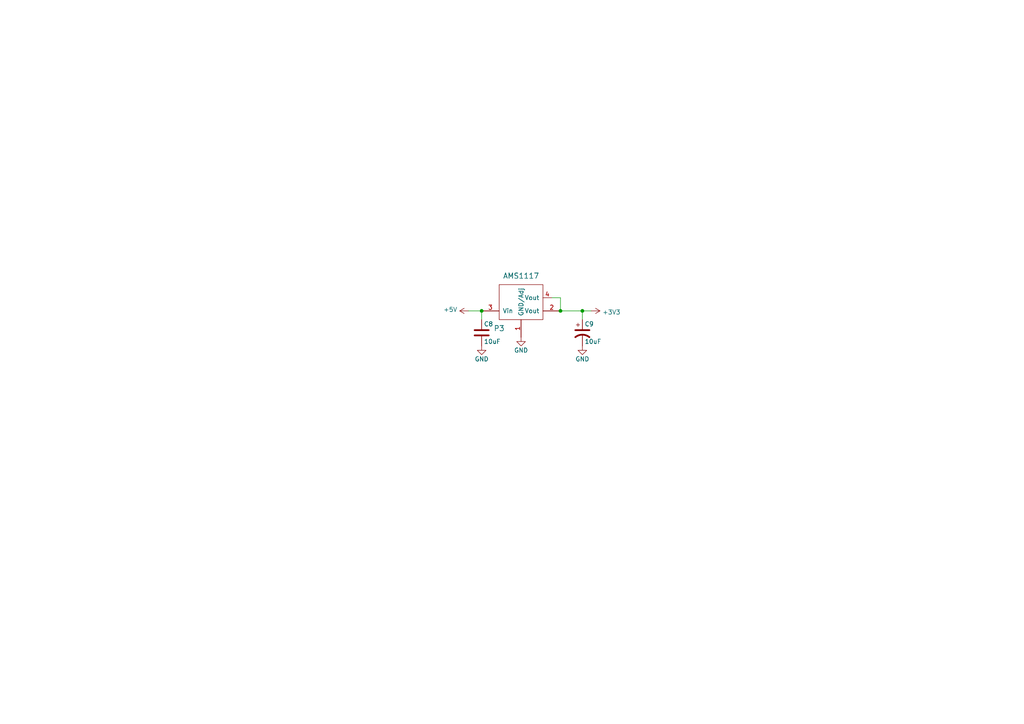
<source format=kicad_sch>
(kicad_sch (version 20211123) (generator eeschema)
  (paper "A4")
  (lib_symbols
    (symbol "nixie_control_board-rescue:+3.3V-power" (power) (pin_names (offset 0))
      (property "Value" "+3.3V-power" (at 0 3.556 0))
      (symbol "+3.3V-power_0_1"
        (polyline (pts (xy -0.762 1.27) (xy 0 2.54)))
        (polyline (pts (xy 0 0) (xy 0 2.54)))
        (polyline (pts (xy 0 2.54) (xy 0.762 1.27)))
      )
      (symbol "+3.3V-power_1_1"
        (pin power_in line (at 0 0 90) (length 0) hide (name "+3V3") (number "1"))
      )
    )
    (symbol "nixie_control_board-rescue:+5V-power" (power) (pin_names (offset 0))
      (property "Value" "+5V-power" (at 0 3.556 0))
      (symbol "+5V-power_0_1"
        (polyline (pts (xy -0.762 1.27) (xy 0 2.54)))
        (polyline (pts (xy 0 0) (xy 0 2.54)))
        (polyline (pts (xy 0 2.54) (xy 0.762 1.27)))
      )
      (symbol "+5V-power_1_1"
        (pin power_in line (at 0 0 90) (length 0) hide (name "+5V") (number "1"))
      )
    )
    (symbol "nixie_control_board-rescue:AMS1117-keyboard" (pin_names (offset 1.016))
      (property "Reference" "P" (at -6.35 -3.81 0))
      (property "Value" "AMS1117-keyboard" (at 0 11.43 0))
      (symbol "AMS1117-keyboard_0_1"
        (rectangle (start 6.35 -1.27) (end -6.35 8.89))
      )
      (symbol "AMS1117-keyboard_1_1"
        (pin input line (at 0 -6.35 90) (length 5.08) (name "GND/Adj") (number "1"))
        (pin input line (at 11.43 1.27 180) (length 5.08) (name "Vout") (number "2"))
        (pin input line (at -11.43 1.27 0) (length 5.08) (name "Vin") (number "3"))
        (pin output line (at 8.89 5.08 180) (length 2.54) (name "Vout") (number "4"))
      )
    )
    (symbol "nixie_control_board-rescue:C-device" (pin_numbers hide) (pin_names (offset 0.254))
      (property "Reference" "C" (at 0.635 2.54 0))
      (property "Value" "C-device" (at 0.635 -2.54 0))
      (symbol "C-device_0_1"
        (polyline (pts (xy -2.032 -0.762) (xy 2.032 -0.762)) (stroke (width 0.508)))
        (polyline (pts (xy -2.032 0.762) (xy 2.032 0.762)) (stroke (width 0.508)))
      )
      (symbol "C-device_1_1"
        (pin passive line (at 0 3.81 270) (length 2.794) (name "~") (number "1"))
        (pin passive line (at 0 -3.81 90) (length 2.794) (name "~") (number "2"))
      )
    )
    (symbol "nixie_control_board-rescue:CP1-device" (pin_numbers hide) (pin_names (offset 0.254) hide)
      (property "Reference" "C" (at 0.635 2.54 0))
      (property "Value" "CP1-device" (at 0.635 -2.54 0))
      (symbol "CP1-device_0_1"
        (polyline (pts (xy -2.032 0.762) (xy 2.032 0.762)) (stroke (width 0.508)))
        (polyline (pts (xy -1.778 2.286) (xy -0.762 2.286)))
        (polyline (pts (xy -1.27 1.778) (xy -1.27 2.794)))
        (arc (start 2.032 -1.27) (mid 0 -0.5572) (end -2.032 -1.27) (stroke (width 0.508)))
      )
      (symbol "CP1-device_1_1"
        (pin passive line (at 0 3.81 270) (length 2.794) (name "~") (number "1"))
        (pin passive line (at 0 -3.81 90) (length 3.302) (name "~") (number "2"))
      )
    )
    (symbol "nixie_control_board-rescue:GND-power" (power) (pin_names (offset 0))
      (property "Value" "GND-power" (at 0 -3.81 0))
      (symbol "GND-power_0_1"
        (polyline (pts (xy 0 0) (xy 0 -1.27) (xy 1.27 -1.27) (xy 0 -2.54) (xy -1.27 -1.27) (xy 0 -1.27)))
      )
      (symbol "GND-power_1_1"
        (pin power_in line (at 0 0 270) (length 0) hide (name "GND") (number "1"))
      )
    )
  )
  (junction (at 139.7 90.17))
  (junction (at 168.91 90.17))
  (junction (at 162.56 90.17))
  (wire (pts (xy 162.56 86.36) (xy 162.56 90.17)))
  (wire (pts (xy 168.91 90.17) (xy 171.45 90.17)))
  (wire (pts (xy 139.7 92.71) (xy 139.7 90.17)))
  (wire (pts (xy 160.02 86.36) (xy 162.56 86.36)))
  (wire (pts (xy 168.91 92.71) (xy 168.91 90.17)))
  (wire (pts (xy 135.89 90.17) (xy 139.7 90.17)))
  (wire (pts (xy 162.56 90.17) (xy 168.91 90.17)))
  (symbol (lib_id "nixie_control_board-rescue:+5V-power") (at 135.89 90.17 90) (unit 1)
    (property "Reference" "#PWR011" (effects hide))
    (property "Value" "+5V-power" (at 132.6642 89.789 90) (effects (justify left)))
  )
  (symbol (lib_id "nixie_control_board-rescue:GND-power") (at 139.7 100.33 0) (unit 1)
    (property "Reference" "#PWR012" (effects hide))
    (property "Value" "GND" (at 139.7 104.14 0))
  )
  (symbol (lib_id "nixie_control_board-rescue:CP1-device") (at 168.91 96.52 0) (unit 1)
    (property "Reference" "C9" (at 169.545 93.98 0) (effects (justify left)))
    (property "Value" "10uF" (at 169.545 99.06 0) (effects (justify left)))
    (property "Footprint" "Capacitor_SMD:C_0603_1608Metric" (effects hide))
  )
  (symbol (lib_id "nixie_control_board-rescue:AMS1117-keyboard") (at 151.13 91.44 0) (unit 1)
    (property "Reference" "P3" (at 144.78 95.25 0) (effects (font (size 1.524 1.524))))
    (property "Value" "AMS1117" (at 151.13 80.01 0) (effects (font (size 1.524 1.524))))
    (property "Footprint" "Package_TO_SOT_SMD:SOT-223" (effects hide))
  )
  (symbol (lib_id "nixie_control_board-rescue:+3.3V-power") (at 171.45 90.17 270) (unit 1)
    (property "Reference" "#PWR015" (effects hide))
    (property "Value" "+3.3V-power" (at 174.7012 90.551 90) (effects (justify left)))
  )
  (symbol (lib_id "nixie_control_board-rescue:GND-power") (at 151.13 97.79 0) (unit 1)
    (property "Reference" "#PWR013" (effects hide))
    (property "Value" "GND" (at 151.13 101.6 0))
  )
  (symbol (lib_id "nixie_control_board-rescue:GND-power") (at 168.91 100.33 0) (unit 1)
    (property "Reference" "#PWR014" (effects hide))
    (property "Value" "GND" (at 168.91 104.14 0))
  )
  (symbol (lib_id "nixie_control_board-rescue:C-device") (at 139.7 96.52 0) (unit 1)
    (property "Reference" "C8" (at 140.335 93.98 0) (effects (justify left)))
    (property "Value" "10uF" (at 140.335 99.06 0) (effects (justify left)))
    (property "Footprint" "Capacitor_SMD:C_0603_1608Metric" (effects hide))
  )
)
</source>
